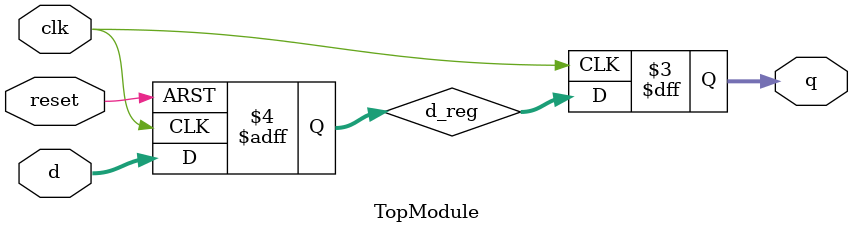
<source format=sv>

module TopModule (
    input clk,
    input reset,
    input [7:0] d,
    output reg [7:0] q
    );

    reg [7:0] d_reg;

    always @ (negedge clk or posedge reset)
    begin
        if (reset)
            d_reg <= 8'b00110100; // Reset to 0x34
        else
            d_reg <= d;
    end

    always @ (negedge clk)
    begin
        q <= d_reg;
    end

endmodule
</source>
